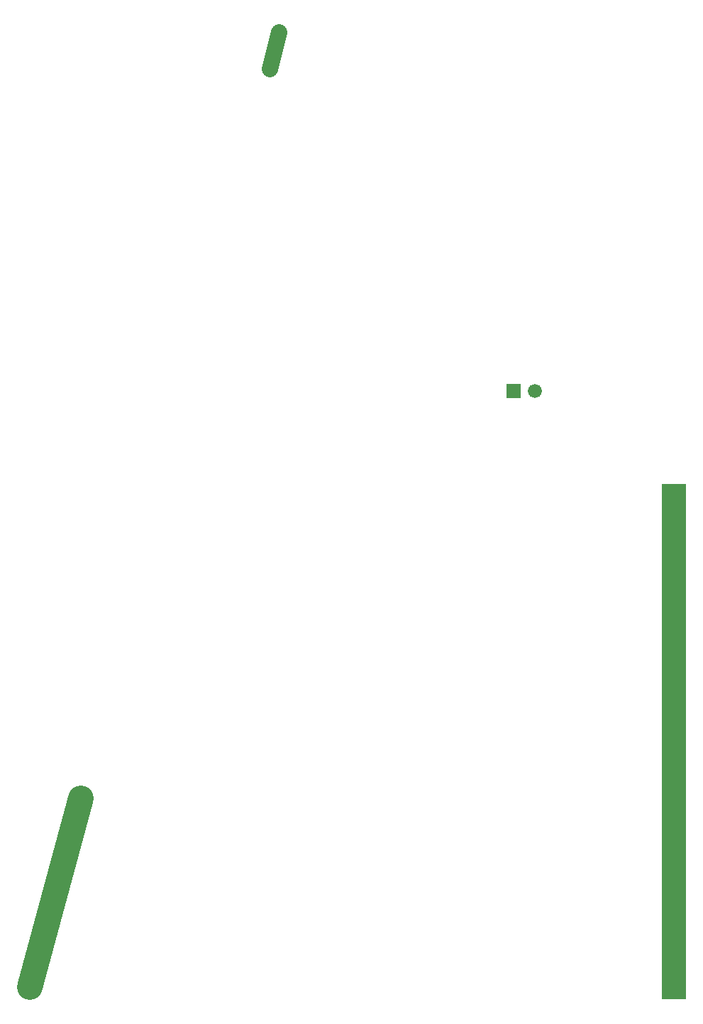
<source format=gbr>
G04 start of page 7 for group -4062 idx -4062 *
G04 Title: Stand for Heart, soldermask *
G04 Creator: pcb 4.0.2 *
G04 CreationDate: Wed Apr  3 11:17:26 2019 UTC *
G04 For: alez *
G04 Format: Gerber/RS-274X *
G04 PCB-Dimensions (mil): 3346.46 4724.41 *
G04 PCB-Coordinate-Origin: lower left *
%MOIN*%
%FSLAX25Y25*%
%LNBOTTOMMASK*%
%ADD38C,0.0750*%
%ADD37C,0.1200*%
%ADD36C,0.0660*%
%ADD35C,0.0001*%
G54D35*G36*
X240700Y295741D02*Y289141D01*
X247300D01*
Y295741D01*
X240700D01*
G37*
G54D36*X254000Y292441D03*
G54D37*X16506Y12631D02*X40479Y101056D01*
G54D38*X129297Y443752D02*X133620Y461044D01*
G54D35*G36*
X325056Y248941D02*X313500D01*
Y6893D01*
X325056D01*
Y248941D01*
G37*
M02*

</source>
